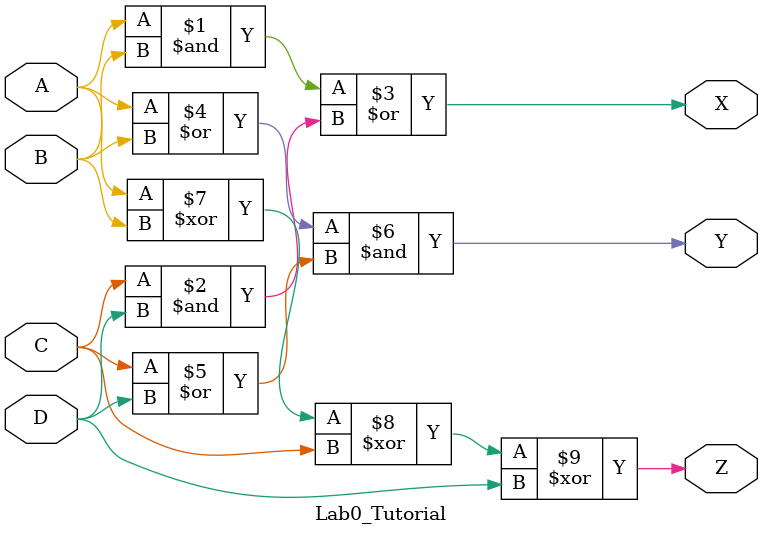
<source format=sv>
`timescale 1ns / 1ps


module Lab0_Tutorial(
    input A,
    input B,
    input C,
    input D,
    output X,
    output Y,
    output Z
    );
    
    assign X = (A & B) | (C & D);
    assign Y = (A | B) & (C | D);
    assign Z = A ^ B ^ C ^ D;
    
endmodule

</source>
